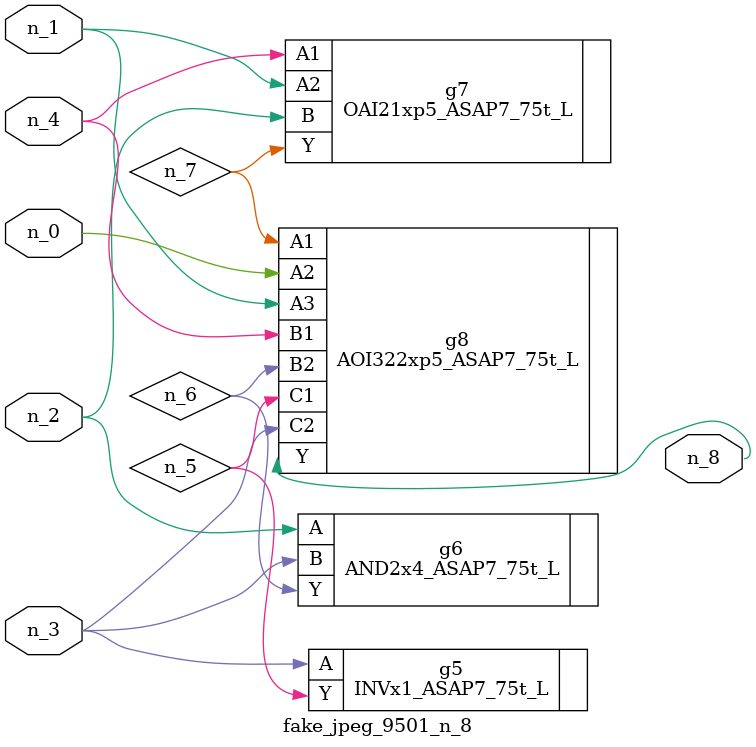
<source format=v>
module fake_jpeg_9501_n_8 (n_3, n_2, n_1, n_0, n_4, n_8);

input n_3;
input n_2;
input n_1;
input n_0;
input n_4;

output n_8;

wire n_6;
wire n_5;
wire n_7;

INVx1_ASAP7_75t_L g5 ( 
.A(n_3),
.Y(n_5)
);

AND2x4_ASAP7_75t_L g6 ( 
.A(n_2),
.B(n_3),
.Y(n_6)
);

OAI21xp5_ASAP7_75t_L g7 ( 
.A1(n_4),
.A2(n_1),
.B(n_2),
.Y(n_7)
);

AOI322xp5_ASAP7_75t_L g8 ( 
.A1(n_7),
.A2(n_0),
.A3(n_1),
.B1(n_4),
.B2(n_6),
.C1(n_5),
.C2(n_3),
.Y(n_8)
);


endmodule
</source>
